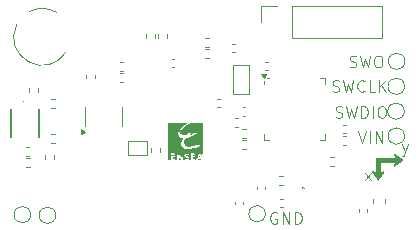
<source format=gbr>
%TF.GenerationSoftware,KiCad,Pcbnew,8.0.0*%
%TF.CreationDate,2024-03-15T11:34:24+01:00*%
%TF.ProjectId,projet s6,70726f6a-6574-4207-9336-2e6b69636164,rev?*%
%TF.SameCoordinates,Original*%
%TF.FileFunction,Legend,Top*%
%TF.FilePolarity,Positive*%
%FSLAX46Y46*%
G04 Gerber Fmt 4.6, Leading zero omitted, Abs format (unit mm)*
G04 Created by KiCad (PCBNEW 8.0.0) date 2024-03-15 11:34:24*
%MOMM*%
%LPD*%
G01*
G04 APERTURE LIST*
%ADD10C,0.100000*%
%ADD11C,0.120000*%
%ADD12C,0.000000*%
%ADD13C,0.152400*%
%ADD14C,0.050000*%
G04 APERTURE END LIST*
D10*
X202626265Y-70384800D02*
X202769122Y-70432419D01*
X202769122Y-70432419D02*
X203007217Y-70432419D01*
X203007217Y-70432419D02*
X203102455Y-70384800D01*
X203102455Y-70384800D02*
X203150074Y-70337180D01*
X203150074Y-70337180D02*
X203197693Y-70241942D01*
X203197693Y-70241942D02*
X203197693Y-70146704D01*
X203197693Y-70146704D02*
X203150074Y-70051466D01*
X203150074Y-70051466D02*
X203102455Y-70003847D01*
X203102455Y-70003847D02*
X203007217Y-69956228D01*
X203007217Y-69956228D02*
X202816741Y-69908609D01*
X202816741Y-69908609D02*
X202721503Y-69860990D01*
X202721503Y-69860990D02*
X202673884Y-69813371D01*
X202673884Y-69813371D02*
X202626265Y-69718133D01*
X202626265Y-69718133D02*
X202626265Y-69622895D01*
X202626265Y-69622895D02*
X202673884Y-69527657D01*
X202673884Y-69527657D02*
X202721503Y-69480038D01*
X202721503Y-69480038D02*
X202816741Y-69432419D01*
X202816741Y-69432419D02*
X203054836Y-69432419D01*
X203054836Y-69432419D02*
X203197693Y-69480038D01*
X203531027Y-69432419D02*
X203769122Y-70432419D01*
X203769122Y-70432419D02*
X203959598Y-69718133D01*
X203959598Y-69718133D02*
X204150074Y-70432419D01*
X204150074Y-70432419D02*
X204388170Y-69432419D01*
X204959598Y-69432419D02*
X205150074Y-69432419D01*
X205150074Y-69432419D02*
X205245312Y-69480038D01*
X205245312Y-69480038D02*
X205340550Y-69575276D01*
X205340550Y-69575276D02*
X205388169Y-69765752D01*
X205388169Y-69765752D02*
X205388169Y-70099085D01*
X205388169Y-70099085D02*
X205340550Y-70289561D01*
X205340550Y-70289561D02*
X205245312Y-70384800D01*
X205245312Y-70384800D02*
X205150074Y-70432419D01*
X205150074Y-70432419D02*
X204959598Y-70432419D01*
X204959598Y-70432419D02*
X204864360Y-70384800D01*
X204864360Y-70384800D02*
X204769122Y-70289561D01*
X204769122Y-70289561D02*
X204721503Y-70099085D01*
X204721503Y-70099085D02*
X204721503Y-69765752D01*
X204721503Y-69765752D02*
X204769122Y-69575276D01*
X204769122Y-69575276D02*
X204864360Y-69480038D01*
X204864360Y-69480038D02*
X204959598Y-69432419D01*
X196467693Y-82730038D02*
X196372455Y-82682419D01*
X196372455Y-82682419D02*
X196229598Y-82682419D01*
X196229598Y-82682419D02*
X196086741Y-82730038D01*
X196086741Y-82730038D02*
X195991503Y-82825276D01*
X195991503Y-82825276D02*
X195943884Y-82920514D01*
X195943884Y-82920514D02*
X195896265Y-83110990D01*
X195896265Y-83110990D02*
X195896265Y-83253847D01*
X195896265Y-83253847D02*
X195943884Y-83444323D01*
X195943884Y-83444323D02*
X195991503Y-83539561D01*
X195991503Y-83539561D02*
X196086741Y-83634800D01*
X196086741Y-83634800D02*
X196229598Y-83682419D01*
X196229598Y-83682419D02*
X196324836Y-83682419D01*
X196324836Y-83682419D02*
X196467693Y-83634800D01*
X196467693Y-83634800D02*
X196515312Y-83587180D01*
X196515312Y-83587180D02*
X196515312Y-83253847D01*
X196515312Y-83253847D02*
X196324836Y-83253847D01*
X196943884Y-83682419D02*
X196943884Y-82682419D01*
X196943884Y-82682419D02*
X197515312Y-83682419D01*
X197515312Y-83682419D02*
X197515312Y-82682419D01*
X197991503Y-83682419D02*
X197991503Y-82682419D01*
X197991503Y-82682419D02*
X198229598Y-82682419D01*
X198229598Y-82682419D02*
X198372455Y-82730038D01*
X198372455Y-82730038D02*
X198467693Y-82825276D01*
X198467693Y-82825276D02*
X198515312Y-82920514D01*
X198515312Y-82920514D02*
X198562931Y-83110990D01*
X198562931Y-83110990D02*
X198562931Y-83253847D01*
X198562931Y-83253847D02*
X198515312Y-83444323D01*
X198515312Y-83444323D02*
X198467693Y-83539561D01*
X198467693Y-83539561D02*
X198372455Y-83634800D01*
X198372455Y-83634800D02*
X198229598Y-83682419D01*
X198229598Y-83682419D02*
X197991503Y-83682419D01*
X201446265Y-74644800D02*
X201589122Y-74692419D01*
X201589122Y-74692419D02*
X201827217Y-74692419D01*
X201827217Y-74692419D02*
X201922455Y-74644800D01*
X201922455Y-74644800D02*
X201970074Y-74597180D01*
X201970074Y-74597180D02*
X202017693Y-74501942D01*
X202017693Y-74501942D02*
X202017693Y-74406704D01*
X202017693Y-74406704D02*
X201970074Y-74311466D01*
X201970074Y-74311466D02*
X201922455Y-74263847D01*
X201922455Y-74263847D02*
X201827217Y-74216228D01*
X201827217Y-74216228D02*
X201636741Y-74168609D01*
X201636741Y-74168609D02*
X201541503Y-74120990D01*
X201541503Y-74120990D02*
X201493884Y-74073371D01*
X201493884Y-74073371D02*
X201446265Y-73978133D01*
X201446265Y-73978133D02*
X201446265Y-73882895D01*
X201446265Y-73882895D02*
X201493884Y-73787657D01*
X201493884Y-73787657D02*
X201541503Y-73740038D01*
X201541503Y-73740038D02*
X201636741Y-73692419D01*
X201636741Y-73692419D02*
X201874836Y-73692419D01*
X201874836Y-73692419D02*
X202017693Y-73740038D01*
X202351027Y-73692419D02*
X202589122Y-74692419D01*
X202589122Y-74692419D02*
X202779598Y-73978133D01*
X202779598Y-73978133D02*
X202970074Y-74692419D01*
X202970074Y-74692419D02*
X203208170Y-73692419D01*
X203589122Y-74692419D02*
X203589122Y-73692419D01*
X203589122Y-73692419D02*
X203827217Y-73692419D01*
X203827217Y-73692419D02*
X203970074Y-73740038D01*
X203970074Y-73740038D02*
X204065312Y-73835276D01*
X204065312Y-73835276D02*
X204112931Y-73930514D01*
X204112931Y-73930514D02*
X204160550Y-74120990D01*
X204160550Y-74120990D02*
X204160550Y-74263847D01*
X204160550Y-74263847D02*
X204112931Y-74454323D01*
X204112931Y-74454323D02*
X204065312Y-74549561D01*
X204065312Y-74549561D02*
X203970074Y-74644800D01*
X203970074Y-74644800D02*
X203827217Y-74692419D01*
X203827217Y-74692419D02*
X203589122Y-74692419D01*
X204589122Y-74692419D02*
X204589122Y-73692419D01*
X205255788Y-73692419D02*
X205446264Y-73692419D01*
X205446264Y-73692419D02*
X205541502Y-73740038D01*
X205541502Y-73740038D02*
X205636740Y-73835276D01*
X205636740Y-73835276D02*
X205684359Y-74025752D01*
X205684359Y-74025752D02*
X205684359Y-74359085D01*
X205684359Y-74359085D02*
X205636740Y-74549561D01*
X205636740Y-74549561D02*
X205541502Y-74644800D01*
X205541502Y-74644800D02*
X205446264Y-74692419D01*
X205446264Y-74692419D02*
X205255788Y-74692419D01*
X205255788Y-74692419D02*
X205160550Y-74644800D01*
X205160550Y-74644800D02*
X205065312Y-74549561D01*
X205065312Y-74549561D02*
X205017693Y-74359085D01*
X205017693Y-74359085D02*
X205017693Y-74025752D01*
X205017693Y-74025752D02*
X205065312Y-73835276D01*
X205065312Y-73835276D02*
X205160550Y-73740038D01*
X205160550Y-73740038D02*
X205255788Y-73692419D01*
X203888646Y-80002419D02*
X204412455Y-79335752D01*
X203888646Y-79335752D02*
X204412455Y-80002419D01*
X207098646Y-76945752D02*
X207336741Y-77612419D01*
X207574836Y-76945752D02*
X207336741Y-77612419D01*
X207336741Y-77612419D02*
X207241503Y-77850514D01*
X207241503Y-77850514D02*
X207193884Y-77898133D01*
X207193884Y-77898133D02*
X207098646Y-77945752D01*
X201186265Y-72464800D02*
X201329122Y-72512419D01*
X201329122Y-72512419D02*
X201567217Y-72512419D01*
X201567217Y-72512419D02*
X201662455Y-72464800D01*
X201662455Y-72464800D02*
X201710074Y-72417180D01*
X201710074Y-72417180D02*
X201757693Y-72321942D01*
X201757693Y-72321942D02*
X201757693Y-72226704D01*
X201757693Y-72226704D02*
X201710074Y-72131466D01*
X201710074Y-72131466D02*
X201662455Y-72083847D01*
X201662455Y-72083847D02*
X201567217Y-72036228D01*
X201567217Y-72036228D02*
X201376741Y-71988609D01*
X201376741Y-71988609D02*
X201281503Y-71940990D01*
X201281503Y-71940990D02*
X201233884Y-71893371D01*
X201233884Y-71893371D02*
X201186265Y-71798133D01*
X201186265Y-71798133D02*
X201186265Y-71702895D01*
X201186265Y-71702895D02*
X201233884Y-71607657D01*
X201233884Y-71607657D02*
X201281503Y-71560038D01*
X201281503Y-71560038D02*
X201376741Y-71512419D01*
X201376741Y-71512419D02*
X201614836Y-71512419D01*
X201614836Y-71512419D02*
X201757693Y-71560038D01*
X202091027Y-71512419D02*
X202329122Y-72512419D01*
X202329122Y-72512419D02*
X202519598Y-71798133D01*
X202519598Y-71798133D02*
X202710074Y-72512419D01*
X202710074Y-72512419D02*
X202948170Y-71512419D01*
X203900550Y-72417180D02*
X203852931Y-72464800D01*
X203852931Y-72464800D02*
X203710074Y-72512419D01*
X203710074Y-72512419D02*
X203614836Y-72512419D01*
X203614836Y-72512419D02*
X203471979Y-72464800D01*
X203471979Y-72464800D02*
X203376741Y-72369561D01*
X203376741Y-72369561D02*
X203329122Y-72274323D01*
X203329122Y-72274323D02*
X203281503Y-72083847D01*
X203281503Y-72083847D02*
X203281503Y-71940990D01*
X203281503Y-71940990D02*
X203329122Y-71750514D01*
X203329122Y-71750514D02*
X203376741Y-71655276D01*
X203376741Y-71655276D02*
X203471979Y-71560038D01*
X203471979Y-71560038D02*
X203614836Y-71512419D01*
X203614836Y-71512419D02*
X203710074Y-71512419D01*
X203710074Y-71512419D02*
X203852931Y-71560038D01*
X203852931Y-71560038D02*
X203900550Y-71607657D01*
X204805312Y-72512419D02*
X204329122Y-72512419D01*
X204329122Y-72512419D02*
X204329122Y-71512419D01*
X205138646Y-72512419D02*
X205138646Y-71512419D01*
X205710074Y-72512419D02*
X205281503Y-71940990D01*
X205710074Y-71512419D02*
X205138646Y-72083847D01*
X203351027Y-75822419D02*
X203684360Y-76822419D01*
X203684360Y-76822419D02*
X204017693Y-75822419D01*
X204351027Y-76822419D02*
X204351027Y-75822419D01*
X204827217Y-76822419D02*
X204827217Y-75822419D01*
X204827217Y-75822419D02*
X205398645Y-76822419D01*
X205398645Y-76822419D02*
X205398645Y-75822419D01*
D11*
%TO.C,C14*%
X192880000Y-81784165D02*
X192880000Y-82015835D01*
X193600000Y-81784165D02*
X193600000Y-82015835D01*
%TO.C,J2*%
X195120000Y-65270000D02*
X196450000Y-65270000D01*
X195120000Y-66600000D02*
X195120000Y-65270000D01*
X197720000Y-65270000D02*
X205400000Y-65270000D01*
X197720000Y-67930000D02*
X197720000Y-65270000D01*
X197720000Y-67930000D02*
X205400000Y-67930000D01*
X205400000Y-67930000D02*
X205400000Y-65270000D01*
%TO.C,R9*%
X196947621Y-79660000D02*
X196612379Y-79660000D01*
X196947621Y-80420000D02*
X196612379Y-80420000D01*
%TO.C,R1*%
X176840000Y-78177621D02*
X176840000Y-77842379D01*
X177600000Y-78177621D02*
X177600000Y-77842379D01*
%TO.C,U1*%
X195340000Y-71795000D02*
X195340000Y-71560000D01*
X195340000Y-76540000D02*
X195340000Y-76065000D01*
X195815000Y-71320000D02*
X195640000Y-71320000D01*
X195815000Y-76540000D02*
X195340000Y-76540000D01*
X200085000Y-71320000D02*
X200560000Y-71320000D01*
X200085000Y-76540000D02*
X200560000Y-76540000D01*
X200560000Y-71320000D02*
X200560000Y-71795000D01*
X200560000Y-76540000D02*
X200560000Y-76065000D01*
X195340000Y-71320000D02*
X195100000Y-70990000D01*
X195580000Y-70990000D01*
X195340000Y-71320000D01*
G36*
X195340000Y-71320000D02*
G01*
X195100000Y-70990000D01*
X195580000Y-70990000D01*
X195340000Y-71320000D01*
G37*
%TO.C,TP5*%
X175610000Y-82900000D02*
G75*
G02*
X174210000Y-82900000I-700000J0D01*
G01*
X174210000Y-82900000D02*
G75*
G02*
X175610000Y-82900000I700000J0D01*
G01*
%TO.C,TP9*%
X207250000Y-74140000D02*
G75*
G02*
X205850000Y-74140000I-700000J0D01*
G01*
X205850000Y-74140000D02*
G75*
G02*
X207250000Y-74140000I700000J0D01*
G01*
%TO.C,C3*%
X202285835Y-75300000D02*
X202054165Y-75300000D01*
X202285835Y-76020000D02*
X202054165Y-76020000D01*
%TO.C,R4*%
X177697621Y-73110000D02*
X177362379Y-73110000D01*
X177697621Y-73870000D02*
X177362379Y-73870000D01*
%TO.C,R7*%
X193837621Y-76590000D02*
X193502379Y-76590000D01*
X193837621Y-77350000D02*
X193502379Y-77350000D01*
%TO.C,C15*%
X194760000Y-80514165D02*
X194760000Y-80745835D01*
X195480000Y-80514165D02*
X195480000Y-80745835D01*
%TO.C,U4*%
X180190000Y-74570000D02*
X180190000Y-73770000D01*
X180190000Y-74570000D02*
X180190000Y-75370000D01*
X183310000Y-74570000D02*
X183310000Y-73770000D01*
X183310000Y-74570000D02*
X183310000Y-75370000D01*
X180240000Y-75870000D02*
X179910000Y-76110000D01*
X179910000Y-75630000D01*
X180240000Y-75870000D01*
G36*
X180240000Y-75870000D02*
G01*
X179910000Y-76110000D01*
X179910000Y-75630000D01*
X180240000Y-75870000D01*
G37*
%TO.C,TP11*%
X207270000Y-72030000D02*
G75*
G02*
X205870000Y-72030000I-700000J0D01*
G01*
X205870000Y-72030000D02*
G75*
G02*
X207270000Y-72030000I700000J0D01*
G01*
D10*
%TO.C,IC1*%
X198620000Y-80630000D02*
X198620000Y-80630000D01*
X198720000Y-80630000D02*
X198720000Y-80630000D01*
X198620000Y-80630000D02*
G75*
G02*
X198720000Y-80630000I50000J0D01*
G01*
X198720000Y-80630000D02*
G75*
G02*
X198620000Y-80630000I-50000J0D01*
G01*
D11*
%TO.C,TP7*%
X207270000Y-76240000D02*
G75*
G02*
X205870000Y-76240000I-700000J0D01*
G01*
X205870000Y-76240000D02*
G75*
G02*
X207270000Y-76240000I700000J0D01*
G01*
%TO.C,R8*%
X201297621Y-77990000D02*
X200962379Y-77990000D01*
X201297621Y-78750000D02*
X200962379Y-78750000D01*
D10*
%TO.C,D1*%
X175070000Y-73355000D02*
G75*
G02*
X174970000Y-73355000I-50000J0D01*
G01*
X174970000Y-73355000D02*
G75*
G02*
X175070000Y-73355000I50000J0D01*
G01*
D11*
%TO.C,C1*%
X175254165Y-77200000D02*
X175485835Y-77200000D01*
X175254165Y-77920000D02*
X175485835Y-77920000D01*
%TO.C,R6*%
X193492379Y-75650000D02*
X193827621Y-75650000D01*
X193492379Y-76410000D02*
X193827621Y-76410000D01*
%TO.C,TP8*%
X195490000Y-82820000D02*
G75*
G02*
X194090000Y-82820000I-700000J0D01*
G01*
X194090000Y-82820000D02*
G75*
G02*
X195490000Y-82820000I700000J0D01*
G01*
%TO.C,C16*%
X192664165Y-68420000D02*
X192895835Y-68420000D01*
X192664165Y-69140000D02*
X192895835Y-69140000D01*
%TO.C,C9*%
X183184165Y-70930000D02*
X183415835Y-70930000D01*
X183184165Y-71650000D02*
X183415835Y-71650000D01*
%TO.C,C10*%
X180310000Y-71305835D02*
X180310000Y-71074165D01*
X181030000Y-71305835D02*
X181030000Y-71074165D01*
%TO.C,C12*%
X196965835Y-81570000D02*
X196734165Y-81570000D01*
X196965835Y-82290000D02*
X196734165Y-82290000D01*
%TO.C,R5*%
X177707621Y-76060000D02*
X177372379Y-76060000D01*
X177707621Y-76820000D02*
X177372379Y-76820000D01*
D12*
%TO.C,G\u002A\u002A\u002A*%
G36*
X206447512Y-77742563D02*
G01*
X206456005Y-77744541D01*
X206465090Y-77747642D01*
X206474896Y-77751927D01*
X206485554Y-77757455D01*
X206497195Y-77764286D01*
X206509949Y-77772479D01*
X206523947Y-77782096D01*
X206530920Y-77787071D01*
X206539052Y-77792938D01*
X206548471Y-77799742D01*
X206559108Y-77807430D01*
X206570893Y-77815954D01*
X206583758Y-77825264D01*
X206597633Y-77835310D01*
X206612451Y-77846041D01*
X206628143Y-77857408D01*
X206644639Y-77869361D01*
X206661871Y-77881850D01*
X206679771Y-77894824D01*
X206698268Y-77908235D01*
X206717296Y-77922032D01*
X206736784Y-77936166D01*
X206756664Y-77950585D01*
X206776867Y-77965241D01*
X206797325Y-77980084D01*
X206817969Y-77995062D01*
X206838729Y-78010128D01*
X206859538Y-78025230D01*
X206880325Y-78040319D01*
X206901024Y-78055344D01*
X206921564Y-78070256D01*
X206941877Y-78085006D01*
X206961895Y-78099542D01*
X206981548Y-78113815D01*
X207000767Y-78127775D01*
X207019485Y-78141373D01*
X207037631Y-78154558D01*
X207055138Y-78167280D01*
X207071937Y-78179489D01*
X207087958Y-78191136D01*
X207103133Y-78202170D01*
X207117393Y-78212542D01*
X207130670Y-78222201D01*
X207142895Y-78231099D01*
X207153998Y-78239184D01*
X207163911Y-78246407D01*
X207172566Y-78252717D01*
X207179894Y-78258066D01*
X207185825Y-78262403D01*
X207190291Y-78265678D01*
X207193223Y-78267841D01*
X207194552Y-78268842D01*
X207194623Y-78268902D01*
X207194313Y-78269321D01*
X207193149Y-78270379D01*
X207191098Y-78272102D01*
X207188126Y-78274516D01*
X207184202Y-78277647D01*
X207179291Y-78281518D01*
X207173360Y-78286157D01*
X207166376Y-78291588D01*
X207158307Y-78297836D01*
X207149119Y-78304928D01*
X207138779Y-78312888D01*
X207127253Y-78321742D01*
X207114509Y-78331515D01*
X207100513Y-78342233D01*
X207085233Y-78353921D01*
X207068635Y-78366605D01*
X207050686Y-78380309D01*
X207031353Y-78395060D01*
X207010603Y-78410883D01*
X206988402Y-78427803D01*
X206964718Y-78445845D01*
X206939517Y-78465035D01*
X206912767Y-78485399D01*
X206884434Y-78506961D01*
X206854484Y-78529748D01*
X206843869Y-78537823D01*
X206814358Y-78560270D01*
X206786460Y-78581487D01*
X206760132Y-78601506D01*
X206735331Y-78620359D01*
X206712013Y-78638080D01*
X206690135Y-78654701D01*
X206669654Y-78670254D01*
X206650526Y-78684773D01*
X206632708Y-78698290D01*
X206616157Y-78710838D01*
X206600830Y-78722449D01*
X206586682Y-78733156D01*
X206573671Y-78742991D01*
X206561753Y-78751988D01*
X206550886Y-78760179D01*
X206541025Y-78767597D01*
X206532128Y-78774274D01*
X206524150Y-78780243D01*
X206517050Y-78785536D01*
X206510783Y-78790187D01*
X206505306Y-78794228D01*
X206500575Y-78797692D01*
X206496549Y-78800610D01*
X206493182Y-78803017D01*
X206490432Y-78804945D01*
X206488255Y-78806425D01*
X206486609Y-78807492D01*
X206485449Y-78808177D01*
X206484870Y-78808462D01*
X206478154Y-78810997D01*
X206470078Y-78813660D01*
X206461338Y-78816242D01*
X206452628Y-78818532D01*
X206447604Y-78819702D01*
X206441012Y-78820856D01*
X206433531Y-78821695D01*
X206425718Y-78822196D01*
X206418132Y-78822340D01*
X206411331Y-78822107D01*
X206405872Y-78821476D01*
X206404779Y-78821254D01*
X206395839Y-78818365D01*
X206388444Y-78814108D01*
X206382500Y-78808400D01*
X206377911Y-78801157D01*
X206375630Y-78795646D01*
X206374679Y-78792313D01*
X206374078Y-78788567D01*
X206373772Y-78783859D01*
X206373700Y-78777641D01*
X206373701Y-78777416D01*
X206374048Y-78768270D01*
X206375081Y-78759484D01*
X206376915Y-78750348D01*
X206379666Y-78740156D01*
X206379858Y-78739511D01*
X206381040Y-78734978D01*
X206381919Y-78730518D01*
X206382316Y-78727047D01*
X206382322Y-78726865D01*
X206382783Y-78723437D01*
X206384050Y-78718174D01*
X206386095Y-78711150D01*
X206388891Y-78702440D01*
X206392410Y-78692118D01*
X206396624Y-78680259D01*
X206401507Y-78666936D01*
X206407029Y-78652224D01*
X206413164Y-78636197D01*
X206419884Y-78618930D01*
X206427161Y-78600498D01*
X206434968Y-78580973D01*
X206443276Y-78560431D01*
X206452059Y-78538946D01*
X206453420Y-78535637D01*
X206456195Y-78528868D01*
X206458688Y-78522738D01*
X206460795Y-78517510D01*
X206462410Y-78513444D01*
X206463429Y-78510802D01*
X206463750Y-78509854D01*
X206462717Y-78509815D01*
X206459660Y-78509776D01*
X206454634Y-78509737D01*
X206447698Y-78509700D01*
X206438909Y-78509663D01*
X206428325Y-78509627D01*
X206416004Y-78509592D01*
X206402003Y-78509558D01*
X206386380Y-78509524D01*
X206369193Y-78509492D01*
X206350499Y-78509461D01*
X206330355Y-78509432D01*
X206308821Y-78509403D01*
X206285952Y-78509376D01*
X206261808Y-78509351D01*
X206236445Y-78509327D01*
X206209921Y-78509304D01*
X206182294Y-78509283D01*
X206153622Y-78509264D01*
X206123962Y-78509246D01*
X206093372Y-78509230D01*
X206061909Y-78509216D01*
X206029631Y-78509204D01*
X205996597Y-78509194D01*
X205962862Y-78509186D01*
X205928486Y-78509181D01*
X205893526Y-78509177D01*
X205858039Y-78509176D01*
X205854375Y-78509176D01*
X205245000Y-78509176D01*
X205245000Y-78298229D01*
X205245000Y-78087283D01*
X205854375Y-78087283D01*
X205889912Y-78087282D01*
X205924929Y-78087278D01*
X205959368Y-78087272D01*
X205993170Y-78087264D01*
X206026279Y-78087254D01*
X206058637Y-78087241D01*
X206090186Y-78087226D01*
X206120868Y-78087210D01*
X206150627Y-78087191D01*
X206179403Y-78087171D01*
X206207139Y-78087149D01*
X206233779Y-78087125D01*
X206259263Y-78087099D01*
X206283535Y-78087072D01*
X206306537Y-78087043D01*
X206328211Y-78087013D01*
X206348500Y-78086981D01*
X206367345Y-78086948D01*
X206384690Y-78086914D01*
X206400476Y-78086879D01*
X206414645Y-78086842D01*
X206427141Y-78086805D01*
X206437906Y-78086767D01*
X206446881Y-78086727D01*
X206454010Y-78086687D01*
X206459234Y-78086646D01*
X206462496Y-78086605D01*
X206463739Y-78086562D01*
X206463750Y-78086558D01*
X206463454Y-78085487D01*
X206462593Y-78082545D01*
X206461203Y-78077855D01*
X206459320Y-78071541D01*
X206456983Y-78063725D01*
X206454228Y-78054531D01*
X206451091Y-78044083D01*
X206447611Y-78032502D01*
X206443823Y-78019913D01*
X206439766Y-78006439D01*
X206435475Y-77992203D01*
X206430988Y-77977329D01*
X206427838Y-77966896D01*
X206422284Y-77948500D01*
X206417298Y-77931978D01*
X206412850Y-77917206D01*
X206408909Y-77904063D01*
X206405445Y-77892425D01*
X206402427Y-77882172D01*
X206399824Y-77873181D01*
X206397606Y-77865328D01*
X206395741Y-77858493D01*
X206394200Y-77852553D01*
X206392951Y-77847385D01*
X206391964Y-77842867D01*
X206391208Y-77838878D01*
X206390652Y-77835294D01*
X206390266Y-77831993D01*
X206390019Y-77828854D01*
X206389880Y-77825753D01*
X206389819Y-77822569D01*
X206389804Y-77819180D01*
X206389806Y-77815462D01*
X206389806Y-77815397D01*
X206390365Y-77800387D01*
X206392039Y-77787033D01*
X206394816Y-77775356D01*
X206398686Y-77765374D01*
X206403635Y-77757109D01*
X206409654Y-77750581D01*
X206416730Y-77745811D01*
X206424851Y-77742819D01*
X206431774Y-77741741D01*
X206439478Y-77741650D01*
X206447512Y-77742563D01*
G37*
D13*
%TO.C,U2*%
X173943001Y-73952999D02*
X173943001Y-76306999D01*
X176297001Y-76306999D02*
X176297001Y-73952999D01*
D11*
%TO.C,R13*%
X186360000Y-67957621D02*
X186360000Y-67622379D01*
X187120000Y-67957621D02*
X187120000Y-67622379D01*
%TO.C,R10*%
X185370000Y-67614879D02*
X185370000Y-67950121D01*
X186130000Y-67614879D02*
X186130000Y-67950121D01*
%TO.C,R2*%
X175557621Y-78120000D02*
X175222379Y-78120000D01*
X175557621Y-78880000D02*
X175222379Y-78880000D01*
%TO.C,TP1*%
X177740000Y-82950000D02*
G75*
G02*
X176340000Y-82950000I-700000J0D01*
G01*
X176340000Y-82950000D02*
G75*
G02*
X177740000Y-82950000I700000J0D01*
G01*
%TO.C,R3*%
X175510000Y-72497621D02*
X175510000Y-72162379D01*
X176270000Y-72497621D02*
X176270000Y-72162379D01*
D10*
%TO.C,BT1*%
X175541338Y-65681516D02*
G75*
G02*
X177844999Y-65789013I1053662J-2157496D01*
G01*
X178634999Y-69109012D02*
G75*
G02*
X174439698Y-66776388I-2039999J1270000D01*
G01*
D11*
%TO.C,R11*%
X190382379Y-68900000D02*
X190717621Y-68900000D01*
X190382379Y-69660000D02*
X190717621Y-69660000D01*
%TO.C,TP10*%
X207310000Y-69910000D02*
G75*
G02*
X205910000Y-69910000I-700000J0D01*
G01*
X205910000Y-69910000D02*
G75*
G02*
X207310000Y-69910000I700000J0D01*
G01*
%TO.C,C13*%
X204590000Y-81613733D02*
X204590000Y-81906267D01*
X205610000Y-81613733D02*
X205610000Y-81906267D01*
%TO.C,C4*%
X202285835Y-76250000D02*
X202054165Y-76250000D01*
X202285835Y-76970000D02*
X202054165Y-76970000D01*
%TO.C,R14*%
X185780000Y-77222379D02*
X185780000Y-77557621D01*
X186540000Y-77222379D02*
X186540000Y-77557621D01*
D12*
%TO.C,G\u002A\u002A\u002A*%
G36*
X189936068Y-77936069D02*
G01*
X189982693Y-77998040D01*
X189984542Y-78011639D01*
X189947569Y-78055946D01*
X189936068Y-78057252D01*
X189893528Y-78017796D01*
X189887595Y-77981681D01*
X189911094Y-77931508D01*
X189936068Y-77936069D01*
G37*
G36*
X190016130Y-78175049D02*
G01*
X190033015Y-78202672D01*
X189991447Y-78238801D01*
X189908971Y-78251145D01*
X189826499Y-78235758D01*
X189814885Y-78202672D01*
X189883255Y-78161951D01*
X189938929Y-78154198D01*
X190016130Y-78175049D01*
G37*
G36*
X188200882Y-77998632D02*
G01*
X188256676Y-78092256D01*
X188263740Y-78105725D01*
X188310032Y-78203907D01*
X188305255Y-78243595D01*
X188245242Y-78251139D01*
X188240748Y-78251145D01*
X188169016Y-78228829D01*
X188143659Y-78145131D01*
X188142557Y-78105725D01*
X188149230Y-78003537D01*
X188165302Y-77960313D01*
X188165549Y-77960305D01*
X188200882Y-77998632D01*
G37*
G36*
X188699134Y-75276940D02*
G01*
X188417860Y-75496071D01*
X188221309Y-75721930D01*
X188113940Y-75948509D01*
X188094084Y-76092153D01*
X188137070Y-76237724D01*
X188245285Y-76353497D01*
X188387614Y-76408164D01*
X188409160Y-76409160D01*
X188509605Y-76429253D01*
X188520496Y-76484837D01*
X188461422Y-76551435D01*
X188391509Y-76662395D01*
X188357668Y-76824874D01*
X188363948Y-76998885D01*
X188403356Y-77125036D01*
X188506320Y-77261192D01*
X188652545Y-77339761D01*
X188856020Y-77364791D01*
X189130731Y-77340328D01*
X189141682Y-77338644D01*
X189356784Y-77293185D01*
X189567650Y-77228003D01*
X189757457Y-77151197D01*
X189909379Y-77070866D01*
X190006591Y-76995111D01*
X190032268Y-76932028D01*
X190021791Y-76914985D01*
X189969867Y-76921176D01*
X189854108Y-76957624D01*
X189702824Y-77015157D01*
X189373222Y-77112225D01*
X189066466Y-77129787D01*
X188800060Y-77067975D01*
X188653563Y-76968944D01*
X188590848Y-76825250D01*
X188602557Y-76653787D01*
X188629637Y-76560301D01*
X188675188Y-76491838D01*
X188758694Y-76433917D01*
X188899641Y-76372057D01*
X189063549Y-76311194D01*
X189254096Y-76235042D01*
X189434804Y-76150203D01*
X189586861Y-76067177D01*
X189691459Y-75996464D01*
X189729785Y-75948563D01*
X189726547Y-75941114D01*
X189672129Y-75944945D01*
X189559711Y-75981714D01*
X189473439Y-76017324D01*
X189293177Y-76089209D01*
X189181321Y-76116988D01*
X189143237Y-76101081D01*
X189184291Y-76041902D01*
X189233206Y-75998640D01*
X189323390Y-75916339D01*
X189336728Y-75883156D01*
X189279481Y-75898287D01*
X189157908Y-75960931D01*
X189056064Y-76021374D01*
X188796149Y-76139118D01*
X188552058Y-76161959D01*
X188358841Y-76108659D01*
X188270480Y-76051790D01*
X188250570Y-75970595D01*
X188260558Y-75903980D01*
X188332427Y-75742232D01*
X188478608Y-75562697D01*
X188683158Y-75382975D01*
X188818555Y-75287973D01*
X188915835Y-75228463D01*
X189003539Y-75188892D01*
X189104627Y-75165205D01*
X189242058Y-75153346D01*
X189438789Y-75149262D01*
X189606245Y-75148855D01*
X190178435Y-75148855D01*
X190175799Y-76663645D01*
X190174921Y-77085363D01*
X190173541Y-77418667D01*
X190171093Y-77672090D01*
X190167011Y-77854164D01*
X190160729Y-77973424D01*
X190151681Y-78038401D01*
X190139300Y-78057628D01*
X190123022Y-78039638D01*
X190102279Y-77992964D01*
X190089748Y-77960734D01*
X190012730Y-77799200D01*
X189940389Y-77733831D01*
X189869925Y-77764815D01*
X189798533Y-77892342D01*
X189764897Y-77982629D01*
X189706042Y-78126767D01*
X189647371Y-78224230D01*
X189610954Y-78251145D01*
X189553145Y-78223416D01*
X189548282Y-78206043D01*
X189507067Y-78164942D01*
X189439217Y-78145451D01*
X189353973Y-78115021D01*
X189330152Y-78081488D01*
X189371380Y-78037747D01*
X189439217Y-78017525D01*
X189531800Y-77984623D01*
X189537615Y-77941606D01*
X189460220Y-77913576D01*
X189424238Y-77911832D01*
X189341766Y-77896445D01*
X189330152Y-77863359D01*
X189398522Y-77822638D01*
X189454196Y-77814885D01*
X189531397Y-77794035D01*
X189548282Y-77766412D01*
X189505670Y-77734373D01*
X189400891Y-77718357D01*
X189378626Y-77717939D01*
X189208969Y-77717939D01*
X189208969Y-77984542D01*
X189205837Y-78137221D01*
X189189227Y-78216719D01*
X189148316Y-78246764D01*
X189087375Y-78251145D01*
X189003296Y-78242486D01*
X188999986Y-78199150D01*
X189026784Y-78151246D01*
X189060871Y-78065521D01*
X189018974Y-78001351D01*
X188993693Y-77981590D01*
X188894815Y-77926527D01*
X188836155Y-77911832D01*
X188777884Y-77879058D01*
X188772710Y-77857708D01*
X188813312Y-77823953D01*
X188895814Y-77827116D01*
X188986070Y-77828730D01*
X189001082Y-77796412D01*
X188939925Y-77743152D01*
X188832978Y-77726408D01*
X188725847Y-77750350D01*
X188697332Y-77768626D01*
X188632064Y-77863754D01*
X188659894Y-77953385D01*
X188772710Y-78023616D01*
X188884778Y-78080959D01*
X188912739Y-78126717D01*
X188857256Y-78146263D01*
X188767596Y-78136210D01*
X188666071Y-78123859D01*
X188637422Y-78148917D01*
X188644891Y-78178624D01*
X188636664Y-78238656D01*
X188579828Y-78251145D01*
X188523339Y-78235562D01*
X188491644Y-78173688D01*
X188475011Y-78042836D01*
X188472285Y-78000470D01*
X188452036Y-77857005D01*
X188417407Y-77758394D01*
X188379186Y-77716698D01*
X188348164Y-77743976D01*
X188335160Y-77847201D01*
X188333870Y-77984542D01*
X188250467Y-77849994D01*
X188161823Y-77744074D01*
X188089095Y-77731889D01*
X188036412Y-77810947D01*
X188007903Y-77978755D01*
X188006722Y-77997114D01*
X187988243Y-78159224D01*
X187953887Y-78238187D01*
X187921894Y-78251145D01*
X187859030Y-78224152D01*
X187851717Y-78202672D01*
X187810235Y-78166233D01*
X187730534Y-78154198D01*
X187633069Y-78128916D01*
X187609351Y-78081488D01*
X187651489Y-78023009D01*
X187730534Y-78008778D01*
X187821630Y-77992185D01*
X187851717Y-77960305D01*
X187810235Y-77923867D01*
X187730534Y-77911832D01*
X187639438Y-77895239D01*
X187609351Y-77863359D01*
X187650833Y-77826920D01*
X187730534Y-77814885D01*
X187821630Y-77798292D01*
X187851717Y-77766412D01*
X187809105Y-77734373D01*
X187704326Y-77718357D01*
X187682061Y-77717939D01*
X187512404Y-77717939D01*
X187512404Y-77984542D01*
X187509962Y-78136954D01*
X187493960Y-78216284D01*
X187451380Y-78246394D01*
X187369208Y-78251145D01*
X187366984Y-78251145D01*
X187221565Y-78251145D01*
X187221565Y-76700000D01*
X187221565Y-75148855D01*
X188056863Y-75148855D01*
X188892161Y-75148855D01*
X188699134Y-75276940D01*
G37*
D11*
%TO.C,R12*%
X190707621Y-67900000D02*
X190372379Y-67900000D01*
X190707621Y-68660000D02*
X190372379Y-68660000D01*
%TO.C,C2*%
X193574165Y-73810000D02*
X193805835Y-73810000D01*
X193574165Y-74530000D02*
X193805835Y-74530000D01*
%TO.C,C17*%
X187554165Y-69680000D02*
X187785835Y-69680000D01*
X187554165Y-70400000D02*
X187785835Y-70400000D01*
%TO.C,C6*%
X195685835Y-69930000D02*
X195454165Y-69930000D01*
X195685835Y-70650000D02*
X195454165Y-70650000D01*
%TO.C,Q1*%
D14*
X183870000Y-77810000D02*
X185490000Y-77810000D01*
X185490000Y-76690000D01*
X183870000Y-76690000D01*
X183870000Y-77810000D01*
D11*
%TO.C,C5*%
X192914165Y-74740000D02*
X193145835Y-74740000D01*
X192914165Y-75460000D02*
X193145835Y-75460000D01*
%TO.C,C7*%
X191404165Y-73100000D02*
X191635835Y-73100000D01*
X191404165Y-73820000D02*
X191635835Y-73820000D01*
%TO.C,SW5*%
D10*
X194080000Y-70200000D02*
X192720000Y-70200000D01*
X192720000Y-72720000D01*
X194080000Y-72720000D01*
X194080000Y-70200000D01*
D11*
%TO.C,C8*%
X183194165Y-70000000D02*
X183425835Y-70000000D01*
X183194165Y-70720000D02*
X183425835Y-70720000D01*
D12*
%TO.C,G\u002A\u002A\u002A*%
G36*
X205242717Y-78694375D02*
G01*
X205242718Y-78729912D01*
X205242722Y-78764929D01*
X205242728Y-78799368D01*
X205242736Y-78833170D01*
X205242746Y-78866279D01*
X205242759Y-78898637D01*
X205242774Y-78930186D01*
X205242790Y-78960868D01*
X205242809Y-78990627D01*
X205242829Y-79019403D01*
X205242851Y-79047139D01*
X205242875Y-79073779D01*
X205242901Y-79099263D01*
X205242928Y-79123535D01*
X205242957Y-79146537D01*
X205242987Y-79168211D01*
X205243019Y-79188500D01*
X205243052Y-79207345D01*
X205243086Y-79224690D01*
X205243121Y-79240476D01*
X205243158Y-79254645D01*
X205243195Y-79267141D01*
X205243233Y-79277906D01*
X205243273Y-79286881D01*
X205243313Y-79294010D01*
X205243354Y-79299234D01*
X205243395Y-79302496D01*
X205243438Y-79303739D01*
X205243442Y-79303750D01*
X205244513Y-79303454D01*
X205247455Y-79302593D01*
X205252145Y-79301203D01*
X205258459Y-79299320D01*
X205266275Y-79296983D01*
X205275469Y-79294228D01*
X205285917Y-79291091D01*
X205297498Y-79287611D01*
X205310087Y-79283823D01*
X205323561Y-79279766D01*
X205337797Y-79275475D01*
X205352671Y-79270988D01*
X205363104Y-79267838D01*
X205381500Y-79262284D01*
X205398022Y-79257298D01*
X205412794Y-79252850D01*
X205425937Y-79248909D01*
X205437575Y-79245445D01*
X205447828Y-79242427D01*
X205456819Y-79239824D01*
X205464672Y-79237606D01*
X205471507Y-79235741D01*
X205477447Y-79234200D01*
X205482615Y-79232951D01*
X205487133Y-79231964D01*
X205491122Y-79231208D01*
X205494706Y-79230652D01*
X205498007Y-79230266D01*
X205501146Y-79230019D01*
X205504247Y-79229880D01*
X205507431Y-79229819D01*
X205510820Y-79229804D01*
X205514538Y-79229806D01*
X205514603Y-79229806D01*
X205529613Y-79230365D01*
X205542967Y-79232039D01*
X205554644Y-79234816D01*
X205564626Y-79238686D01*
X205572891Y-79243635D01*
X205579419Y-79249654D01*
X205584189Y-79256730D01*
X205587181Y-79264851D01*
X205588259Y-79271774D01*
X205588350Y-79279478D01*
X205587437Y-79287512D01*
X205585459Y-79296005D01*
X205582358Y-79305090D01*
X205578073Y-79314896D01*
X205572545Y-79325554D01*
X205565714Y-79337195D01*
X205557521Y-79349949D01*
X205547904Y-79363947D01*
X205542929Y-79370920D01*
X205537062Y-79379052D01*
X205530258Y-79388471D01*
X205522570Y-79399108D01*
X205514046Y-79410893D01*
X205504736Y-79423758D01*
X205494690Y-79437633D01*
X205483959Y-79452451D01*
X205472592Y-79468143D01*
X205460639Y-79484639D01*
X205448150Y-79501871D01*
X205435176Y-79519771D01*
X205421765Y-79538268D01*
X205407968Y-79557296D01*
X205393834Y-79576784D01*
X205379415Y-79596664D01*
X205364759Y-79616867D01*
X205349916Y-79637325D01*
X205334938Y-79657969D01*
X205319872Y-79678729D01*
X205304770Y-79699538D01*
X205289681Y-79720325D01*
X205274656Y-79741024D01*
X205259744Y-79761564D01*
X205244994Y-79781877D01*
X205230458Y-79801895D01*
X205216185Y-79821548D01*
X205202225Y-79840767D01*
X205188627Y-79859485D01*
X205175442Y-79877631D01*
X205162720Y-79895138D01*
X205150511Y-79911937D01*
X205138864Y-79927958D01*
X205127830Y-79943133D01*
X205117458Y-79957393D01*
X205107799Y-79970670D01*
X205098901Y-79982895D01*
X205090816Y-79993998D01*
X205083593Y-80003911D01*
X205077283Y-80012566D01*
X205071934Y-80019894D01*
X205067597Y-80025825D01*
X205064322Y-80030291D01*
X205062159Y-80033223D01*
X205061158Y-80034552D01*
X205061098Y-80034623D01*
X205060679Y-80034313D01*
X205059621Y-80033149D01*
X205057898Y-80031098D01*
X205055484Y-80028126D01*
X205052353Y-80024202D01*
X205048482Y-80019291D01*
X205043843Y-80013360D01*
X205038412Y-80006376D01*
X205032164Y-79998307D01*
X205025072Y-79989119D01*
X205017112Y-79978779D01*
X205008258Y-79967253D01*
X204998485Y-79954509D01*
X204987767Y-79940513D01*
X204976079Y-79925233D01*
X204963395Y-79908635D01*
X204949691Y-79890686D01*
X204934940Y-79871353D01*
X204919117Y-79850603D01*
X204902197Y-79828402D01*
X204884155Y-79804718D01*
X204864965Y-79779517D01*
X204844601Y-79752767D01*
X204823039Y-79724434D01*
X204800252Y-79694484D01*
X204792177Y-79683869D01*
X204769730Y-79654358D01*
X204748513Y-79626460D01*
X204728494Y-79600132D01*
X204709641Y-79575331D01*
X204691920Y-79552013D01*
X204675299Y-79530135D01*
X204659746Y-79509654D01*
X204645227Y-79490526D01*
X204631710Y-79472708D01*
X204619162Y-79456157D01*
X204607551Y-79440830D01*
X204596844Y-79426682D01*
X204587009Y-79413671D01*
X204578012Y-79401753D01*
X204569821Y-79390886D01*
X204562403Y-79381025D01*
X204555726Y-79372128D01*
X204549757Y-79364150D01*
X204544464Y-79357050D01*
X204539813Y-79350783D01*
X204535772Y-79345306D01*
X204532308Y-79340575D01*
X204529390Y-79336549D01*
X204526983Y-79333182D01*
X204525055Y-79330432D01*
X204523575Y-79328255D01*
X204522508Y-79326609D01*
X204521823Y-79325449D01*
X204521538Y-79324870D01*
X204519003Y-79318154D01*
X204516340Y-79310078D01*
X204513758Y-79301338D01*
X204511468Y-79292628D01*
X204510298Y-79287604D01*
X204509144Y-79281012D01*
X204508305Y-79273531D01*
X204507804Y-79265718D01*
X204507660Y-79258132D01*
X204507893Y-79251331D01*
X204508524Y-79245872D01*
X204508746Y-79244779D01*
X204511635Y-79235839D01*
X204515892Y-79228444D01*
X204521600Y-79222500D01*
X204528843Y-79217911D01*
X204534354Y-79215630D01*
X204537687Y-79214679D01*
X204541433Y-79214078D01*
X204546141Y-79213772D01*
X204552359Y-79213700D01*
X204552584Y-79213701D01*
X204561730Y-79214048D01*
X204570516Y-79215081D01*
X204579652Y-79216915D01*
X204589844Y-79219666D01*
X204590489Y-79219858D01*
X204595022Y-79221040D01*
X204599482Y-79221919D01*
X204602953Y-79222316D01*
X204603135Y-79222322D01*
X204606563Y-79222783D01*
X204611826Y-79224050D01*
X204618850Y-79226095D01*
X204627560Y-79228891D01*
X204637882Y-79232410D01*
X204649741Y-79236624D01*
X204663064Y-79241507D01*
X204677776Y-79247029D01*
X204693803Y-79253164D01*
X204711070Y-79259884D01*
X204729502Y-79267161D01*
X204749027Y-79274968D01*
X204769569Y-79283276D01*
X204791054Y-79292059D01*
X204794363Y-79293420D01*
X204801132Y-79296195D01*
X204807262Y-79298688D01*
X204812490Y-79300795D01*
X204816556Y-79302410D01*
X204819198Y-79303429D01*
X204820146Y-79303750D01*
X204820185Y-79302717D01*
X204820224Y-79299660D01*
X204820263Y-79294634D01*
X204820300Y-79287698D01*
X204820337Y-79278909D01*
X204820373Y-79268325D01*
X204820408Y-79256004D01*
X204820442Y-79242003D01*
X204820476Y-79226380D01*
X204820508Y-79209193D01*
X204820539Y-79190499D01*
X204820568Y-79170355D01*
X204820597Y-79148821D01*
X204820624Y-79125952D01*
X204820649Y-79101808D01*
X204820673Y-79076445D01*
X204820696Y-79049921D01*
X204820717Y-79022294D01*
X204820736Y-78993622D01*
X204820754Y-78963962D01*
X204820770Y-78933372D01*
X204820784Y-78901909D01*
X204820796Y-78869631D01*
X204820806Y-78836597D01*
X204820814Y-78802862D01*
X204820819Y-78768486D01*
X204820823Y-78733526D01*
X204820824Y-78698039D01*
X204820824Y-78694375D01*
X204820824Y-78085000D01*
X205031771Y-78085000D01*
X205242717Y-78085000D01*
X205242717Y-78694375D01*
G37*
D11*
%TO.C,C11*%
X203410000Y-82414165D02*
X203410000Y-82645835D01*
X204130000Y-82414165D02*
X204130000Y-82645835D01*
%TD*%
M02*

</source>
